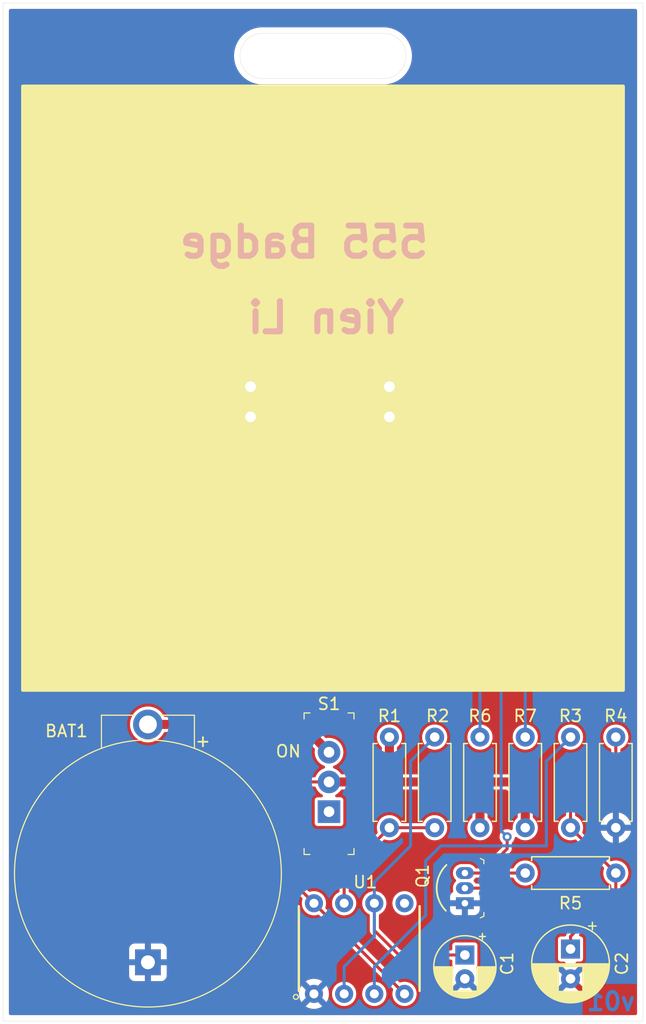
<source format=kicad_pcb>
(kicad_pcb (version 20240108) (generator "pcbnew") (generator_version "8.0")
  (title_block (title "555 Badge") (rev "v01") (comment 2 "creativecommons.org/licenses/by/4.0") (comment 3 "License: CC BY 4.0") (comment 4 "Author: Yien Li"))
  (layers (0 "F.Cu" signal) (31 "B.Cu" signal) (34 "B.Paste" user) (35 "F.Paste" user) (36 "B.SilkS" user "B.Silkscreen") (37 "F.SilkS" user "F.Silkscreen") (38 "B.Mask" user) (39 "F.Mask" user) (44 "Edge.Cuts" user))
  (net 0 "")
  (net 1 "GND")
  (net 2 "Net-(BAT1-PadPos)")
  (net 3 "Net-(U1-THRESH)")
  (net 4 "Net-(C2-Pad1)")
  (net 5 "Net-(D1-A)")
  (net 6 "Net-(D1-K)")
  (net 7 "Net-(D2-A)")
  (net 8 "Net-(Q1-B)")
  (net 9 "VCC")
  (net 10 "Net-(U1-DIS)")
  (net 11 "Net-(U1-OUT)")
  (footprint "555_Badge:ICM7555-PDIP" (layer "F.Cu") (at 156.972 120.904)
    (property "Reference" "U1" (at 0.508 -5.588 0) (layer "F.SilkS") (effects (font (thickness 0.14986))))
    (property "Value" "7555")
    (fp_line (start -5.08 3.556) (end -5.08 -3.556) (stroke (width 0.2032)) (layer "F.SilkS"))
    (fp_line (start 5.08 3.556) (end 5.08 -3.556) (stroke (width 0.2032)) (layer "F.SilkS"))
    (fp_circle (center -5.334 4.064) (end -5.1308 4.064) (stroke (width 0.1)) (fill none) (layer "F.SilkS"))
    (pad "1" thru_hole circle (at -3.81 3.81) (size 1.524 1.524) (drill 0.762) (layers "*.Cu" "*.Mask") (net 1 "GND"))
    (pad "2" thru_hole circle (at -1.27 3.81) (size 1.524 1.524) (drill 0.762) (layers "*.Cu" "*.Mask") (net 3 "Net-(U1-THRESH)"))
    (pad "3" thru_hole circle (at 1.27 3.81) (size 1.524 1.524) (drill 0.762) (layers "*.Cu" "*.Mask") (net 11 "Net-(U1-OUT)"))
    (pad "4" thru_hole circle (at 3.81 3.81) (size 1.524 1.524) (drill 0.762) (layers "*.Cu" "*.Mask") (net 9 "VCC"))
    (pad "5" thru_hole circle (at 3.81 -3.81) (size 1.524 1.524) (drill 0.762) (layers "*.Cu" "*.Mask"))
    (pad "6" thru_hole circle (at 1.27 -3.81) (size 1.524 1.524) (drill 0.762) (layers "*.Cu" "*.Mask") (net 3 "Net-(U1-THRESH)"))
    (pad "7" thru_hole circle (at -1.27 -3.81) (size 1.524 1.524) (drill 0.762) (layers "*.Cu" "*.Mask") (net 10 "Net-(U1-DIS)"))
    (pad "8" thru_hole circle (at -3.81 -3.81) (size 1.524 1.524) (drill 0.762) (layers "*.Cu" "*.Mask") (net 9 "VCC"))
  )
  (footprint "Resistor_THT:R_Axial_DIN0207_L6.3mm_D2.5mm_P7.62mm_Horizontal" (layer "F.Cu") (at 170.942 110.744 90)
    (property "Reference" "R7" (hide yes))
    (property "Value" "100")
    (fp_line (start 7.08 -1.37) (end 7.08 -1.04) (stroke (width 0.12)) (layer "F.SilkS"))
    (fp_line (start 0.54 -1.37) (end 7.08 -1.37) (stroke (width 0.12)) (layer "F.SilkS"))
    (fp_line (start 0.54 -1.04) (end 0.54 -1.37) (stroke (width 0.12)) (layer "F.SilkS"))
    (fp_line (start 0.54 1.04) (end 0.54 1.37) (stroke (width 0.12)) (layer "F.SilkS"))
    (fp_line (start 7.08 1.37) (end 7.08 1.04) (stroke (width 0.12)) (layer "F.SilkS"))
    (fp_line (start 0.54 1.37) (end 7.08 1.37) (stroke (width 0.12)) (layer "F.SilkS"))
    (fp_text user "${REFERENCE}" (at 9.398 0 0) (layer "F.SilkS"))
    (pad "1" thru_hole circle (at 0 0 90) (size 1.6 1.6) (drill 0.8) (layers "*.Cu" "*.Mask") (net 9 "VCC"))
    (pad "2" thru_hole oval (at 7.62 0 90) (size 1.6 1.6) (drill 0.8) (layers "*.Cu" "*.Mask") (net 7 "Net-(D2-A)"))
  )
  (footprint "LED_THT:LED_D3.0mm" (layer "F.Cu") (at 147.828 76.2 90)
    (property "Reference" "D1" (at 1.27 -2.96 -90) (layer "F.SilkS"))
    (property "Value" "RED")
    (fp_line (start -0.29 -1.236) (end -0.29 -1.08) (stroke (width 0.12)) (layer "F.SilkS"))
    (fp_line (start -0.29 1.08) (end -0.29 1.236) (stroke (width 0.12)) (layer "F.SilkS"))
    (fp_arc (start -0.29 -1.235516) (mid 1.366487 -1.987659) (end 2.942335 -1.078608) (stroke (width 0.12)) (layer "F.SilkS"))
    (fp_arc (start 0.229039 -1.08) (mid 1.270117 -1.5) (end 2.31113 -1.079837) (stroke (width 0.12)) (layer "F.SilkS"))
    (fp_arc (start 2.942335 1.078608) (mid 1.366487 1.987659) (end -0.29 1.235516) (stroke (width 0.12)) (layer "F.SilkS"))
    (fp_arc (start 2.31113 1.079837) (mid 1.270117 1.5) (end 0.229039 1.08) (stroke (width 0.12)) (layer "F.SilkS"))
    (pad "1" thru_hole rect (at 0 0 90) (size 1.8 1.8) (drill 0.9) (layers "*.Cu" "*.Mask") (net 6 "Net-(D1-K)"))
    (pad "2" thru_hole circle (at 2.54 0 90) (size 1.8 1.8) (drill 0.9) (layers "*.Cu" "*.Mask") (net 5 "Net-(D1-A)"))
  )
  (footprint "Resistor_THT:R_Axial_DIN0207_L6.3mm_D2.5mm_P7.62mm_Horizontal" (layer "F.Cu") (at 163.322 110.744 90)
    (property "Reference" "R2" (hide yes))
    (property "Value" "330k")
    (fp_line (start 7.08 -1.37) (end 7.08 -1.04) (stroke (width 0.12)) (layer "F.SilkS"))
    (fp_line (start 0.54 -1.37) (end 7.08 -1.37) (stroke (width 0.12)) (layer "F.SilkS"))
    (fp_line (start 0.54 -1.04) (end 0.54 -1.37) (stroke (width 0.12)) (layer "F.SilkS"))
    (fp_line (start 0.54 1.04) (end 0.54 1.37) (stroke (width 0.12)) (layer "F.SilkS"))
    (fp_line (start 7.08 1.37) (end 7.08 1.04) (stroke (width 0.12)) (layer "F.SilkS"))
    (fp_line (start 0.54 1.37) (end 7.08 1.37) (stroke (width 0.12)) (layer "F.SilkS"))
    (fp_text user "${REFERENCE}" (at 9.398 0.254 0) (layer "F.SilkS"))
    (pad "1" thru_hole circle (at 0 0 90) (size 1.6 1.6) (drill 0.8) (layers "*.Cu" "*.Mask") (net 10 "Net-(U1-DIS)"))
    (pad "2" thru_hole oval (at 7.62 0 90) (size 1.6 1.6) (drill 0.8) (layers "*.Cu" "*.Mask") (net 3 "Net-(U1-THRESH)"))
  )
  (footprint "Capacitor_THT:CP_Radial_D5.0mm_P2.00mm" (layer "F.Cu") (at 165.862 121.444 -90)
    (property "Reference" "C1" (at 0.73 -3.556 -90) (layer "F.SilkS"))
    (property "Value" "10uF")
    (fp_line (start 1 1.04) (end 1 2.58) (stroke (width 0.12)) (layer "F.SilkS"))
    (fp_line (start 1.04 1.04) (end 1.04 2.58) (stroke (width 0.12)) (layer "F.SilkS"))
    (fp_line (start 1.08 1.04) (end 1.08 2.579) (stroke (width 0.12)) (layer "F.SilkS"))
    (fp_line (start 1.12 1.04) (end 1.12 2.578) (stroke (width 0.12)) (layer "F.SilkS"))
    (fp_line (start 1.16 1.04) (end 1.16 2.576) (stroke (width 0.12)) (layer "F.SilkS"))
    (fp_line (start 1.2 1.04) (end 1.2 2.573) (stroke (width 0.12)) (layer "F.SilkS"))
    (fp_line (start 1.24 1.04) (end 1.24 2.569) (stroke (width 0.12)) (layer "F.SilkS"))
    (fp_line (start 1.28 1.04) (end 1.28 2.565) (stroke (width 0.12)) (layer "F.SilkS"))
    (fp_line (start 1.32 1.04) (end 1.32 2.561) (stroke (width 0.12)) (layer "F.SilkS"))
    (fp_line (start 1.36 1.04) (end 1.36 2.556) (stroke (width 0.12)) (layer "F.SilkS"))
    (fp_line (start 1.4 1.04) (end 1.4 2.55) (stroke (width 0.12)) (layer "F.SilkS"))
    (fp_line (start 1.44 1.04) (end 1.44 2.543) (stroke (width 0.12)) (layer "F.SilkS"))
    (fp_line (start 1.48 1.04) (end 1.48 2.536) (stroke (width 0.12)) (layer "F.SilkS"))
    (fp_line (start 1.52 1.04) (end 1.52 2.528) (stroke (width 0.12)) (layer "F.SilkS"))
    (fp_line (start 1.56 1.04) (end 1.56 2.52) (stroke (width 0.12)) (layer "F.SilkS"))
    (fp_line (start 1.6 1.04) (end 1.6 2.511) (stroke (width 0.12)) (layer "F.SilkS"))
    (fp_line (start 1.64 1.04) (end 1.64 2.501) (stroke (width 0.12)) (layer "F.SilkS"))
    (fp_line (start 1.68 1.04) (end 1.68 2.491) (stroke (width 0.12)) (layer "F.SilkS"))
    (fp_line (start 1.721 1.04) (end 1.721 2.48) (stroke (width 0.12)) (layer "F.SilkS"))
    (fp_line (start 1.761 1.04) (end 1.761 2.468) (stroke (width 0.12)) (layer "F.SilkS"))
    (fp_line (start 1.801 1.04) (end 1.801 2.455) (stroke (width 0.12)) (layer "F.SilkS"))
    (fp_line (start 1.841 1.04) (end 1.841 2.442) (stroke (width 0.12)) (layer "F.SilkS"))
    (fp_line (start 1.881 1.04) (end 1.881 2.428) (stroke (width 0.12)) (layer "F.SilkS"))
    (fp_line (start 1.921 1.04) (end 1.921 2.414) (stroke (width 0.12)) (layer "F.SilkS"))
    (fp_line (start 1.961 1.04) (end 1.961 2.398) (stroke (width 0.12)) (layer "F.SilkS"))
    (fp_line (start 2.001 1.04) (end 2.001 2.382) (stroke (width 0.12)) (layer "F.SilkS"))
    (fp_line (start 2.041 1.04) (end 2.041 2.365) (stroke (width 0.12)) (layer "F.SilkS"))
    (fp_line (start 2.081 1.04) (end 2.081 2.348) (stroke (width 0.12)) (layer "F.SilkS"))
    (fp_line (start 2.121 1.04) (end 2.121 2.329) (stroke (width 0.12)) (layer "F.SilkS"))
    (fp_line (start 2.161 1.04) (end 2.161 2.31) (stroke (width 0.12)) (layer "F.SilkS"))
    (fp_line (start 2.201 1.04) (end 2.201 2.29) (stroke (width 0.12)) (layer "F.SilkS"))
    (fp_line (start 2.241 1.04) (end 2.241 2.268) (stroke (width 0.12)) (layer "F.SilkS"))
    (fp_line (start 2.281 1.04) (end 2.281 2.247) (stroke (width 0.12)) (layer "F.SilkS"))
    (fp_line (start 2.321 1.04) (end 2.321 2.224) (stroke (width 0.12)) (layer "F.SilkS"))
    (fp_line (start 2.361 1.04) (end 2.361 2.2) (stroke (width 0.12)) (layer "F.SilkS"))
    (fp_line (start 2.401 1.04) (end 2.401 2.175) (stroke (width 0.12)) (layer "F.SilkS"))
    (fp_line (start 2.441 1.04) (end 2.441 2.149) (stroke (width 0.12)) (layer "F.SilkS"))
    (fp_line (start 2.481 1.04) (end 2.481 2.122) (stroke (width 0.12)) (layer "F.SilkS"))
    (fp_line (start 2.521 1.04) (end 2.521 2.095) (stroke (width 0.12)) (layer "F.SilkS"))
    (fp_line (start 2.561 1.04) (end 2.561 2.065) (stroke (width 0.12)) (layer "F.SilkS"))
    (fp_line (start 2.601 1.04) (end 2.601 2.035) (stroke (width 0.12)) (layer "F.SilkS"))
    (fp_line (start 2.641 1.04) (end 2.641 2.004) (stroke (width 0.12)) (layer "F.SilkS"))
    (fp_line (start 2.681 1.04) (end 2.681 1.971) (stroke (width 0.12)) (layer "F.SilkS"))
    (fp_line (start 2.721 1.04) (end 2.721 1.937) (stroke (width 0.12)) (layer "F.SilkS"))
    (fp_line (start 2.761 1.04) (end 2.761 1.901) (stroke (width 0.12)) (layer "F.SilkS"))
    (fp_line (start 2.801 1.04) (end 2.801 1.864) (stroke (width 0.12)) (layer "F.SilkS"))
    (fp_line (start 2.841 1.04) (end 2.841 1.826) (stroke (width 0.12)) (layer "F.SilkS"))
    (fp_line (start 2.881 1.04) (end 2.881 1.785) (stroke (width 0.12)) (layer "F.SilkS"))
    (fp_line (start 2.921 1.04) (end 2.921 1.743) (stroke (width 0.12)) (layer "F.SilkS"))
    (fp_line (start 2.961 1.04) (end 2.961 1.699) (stroke (width 0.12)) (layer "F.SilkS"))
    (fp_line (start 3.001 1.04) (end 3.001 1.653) (stroke (width 0.12)) (layer "F.SilkS"))
    (fp_line (start 3.601 -0.284) (end 3.601 0.284) (stroke (width 0.12)) (layer "F.SilkS"))
    (fp_line (start 3.561 -0.518) (end 3.561 0.518) (stroke (width 0.12)) (layer "F.SilkS"))
    (fp_line (start 3.521 -0.677) (end 3.521 0.677) (stroke (width 0.12)) (layer "F.SilkS"))
    (fp_line (start 3.481 -0.805) (end 3.481 0.805) (stroke (width 0.12)) (layer "F.SilkS"))
    (fp_line (start 3.441 -0.915) (end 3.441 0.915) (stroke (width 0.12)) (layer "F.SilkS"))
    (fp_line (start 3.401 -1.011) (end 3.401 1.011) (stroke (width 0.12)) (layer "F.SilkS"))
    (fp_line (start 3.361 -1.098) (end 3.361 1.098) (stroke (width 0.12)) (layer "F.SilkS"))
    (fp_line (start 3.321 -1.178) (end 3.321 1.178) (stroke (width 0.12)) (layer "F.SilkS"))
    (fp_line (start 3.281 -1.251) (end 3.281 1.251) (stroke (width 0.12)) (layer "F.SilkS"))
    (fp_line (start 3.241 -1.319) (end 3.241 1.319) (stroke (width 0.12)) (layer "F.SilkS"))
    (fp_line (start 3.201 -1.383) (end 3.201 1.383) (stroke (width 0.12)) (layer "F.SilkS"))
    (fp_line (start 3.161 -1.443) (end 3.161 1.443) (stroke (width 0.12)) (layer "F.SilkS"))
    (fp_line (start -1.804775 -1.475) (end -1.304775 -1.475) (stroke (width 0.12)) (layer "F.SilkS"))
    (fp_line (start 3.121 -1.5) (end 3.121 1.5) (stroke (width 0.12)) (layer "F.SilkS"))
    (fp_line (start 3.081 -1.554) (end 3.081 1.554) (stroke (width 0.12)) (layer "F.SilkS"))
    (fp_line (start 3.041 -1.605) (end 3.041 1.605) (stroke (width 0.12)) (layer "F.SilkS"))
    (fp_line (start 3.001 -1.653) (end 3.001 -1.04) (stroke (width 0.12)) (layer "F.SilkS"))
    (fp_line (start 2.961 -1.699) (end 2.961 -1.04) (stroke (width 0.12)) (layer "F.SilkS"))
    (fp_line (start -1.554775 -1.725) (end -1.554775 -1.225) (stroke (width 0.12)) (layer "F.SilkS"))
    (fp_line (start 2.921 -1.743) (end 2.921 -1.04) (stroke (width 0.12)) (layer "F.SilkS"))
    (fp_line (start 2.881 -1.785) (end 2.881 -1.04) (stroke (width 0.12)) (layer "F.SilkS"))
    (fp_line (start 2.841 -1.826) (end 2.841 -1.04) (stroke (width 0.12)) (layer "F.SilkS"))
    (fp_line (start 2.801 -1.864) (end 2.801 -1.04) (stroke (width 0.12)) (layer "F.SilkS"))
    (fp_line (start 2.761 -1.901) (end 2.761 -1.04) (stroke (width 0.12)) (layer "F.SilkS"))
    (fp_line (start 2.721 -1.937) (end 2.721 -1.04) (stroke (width 0.12)) (layer "F.SilkS"))
    (fp_line (start 2.681 -1.971) (end 2.681 -1.04) (stroke (width 0.12)) (layer "F.SilkS"))
    (fp_line (start 2.641 -2.004) (end 2.641 -1.04) (stroke (width 0.12)) (layer "F.SilkS"))
    (fp_line (start 2.601 -2.035) (end 2.601 -1.04) (stroke (width 0.12)) (layer "F.SilkS"))
    (fp_line (start 2.561 -2.065) (end 2.561 -1.04) (stroke (width 0.12)) (layer "F.SilkS"))
    (fp_line (start 2.521 -2.095) (end 2.521 -1.04) (stroke (width 0.12)) (layer "F.SilkS"))
    (fp_line (start 2.481 -2.122) (end 2.481 -1.04) (stroke (width 0.12)) (layer "F.SilkS"))
    (fp_line (start 2.441 -2.149) (end 2.441 -1.04) (stroke (width 0.12)) (layer "F.SilkS"))
    (fp_line (start 2.401 -2.175) (end 2.401 -1.04) (stroke (width 0.12)) (layer "F.SilkS"))
    (fp_line (start 2.361 -2.2) (end 2.361 -1.04) (stroke (width 0.12)) (layer "F.SilkS"))
    (fp_line (start 2.321 -2.224) (end 2.321 -1.04) (stroke (width 0.12)) (layer "F.SilkS"))
    (fp_line (start 2.281 -2.247) (end 2.281 -1.04) (stroke (width 0.12)) (layer "F.SilkS"))
    (fp_line (start 2.241 -2.268) (end 2.241 -1.04) (stroke (width 0.12)) (layer "F.SilkS"))
    (fp_line (start 2.201 -2.29) (end 2.201 -1.04) (stroke (width 0.12)) (layer "F.SilkS"))
    (fp_line (start 2.161 -2.31) (end 2.161 -1.04) (stroke (width 0.12)) (layer "F.SilkS"))
    (fp_line (start 2.121 -2.329) (end 2.121 -1.04) (stroke (width 0.12)) (layer "F.SilkS"))
    (fp_line (start 2.081 -2.348) (end 2.081 -1.04) (stroke (width 0.12)) (layer "F.SilkS"))
    (fp_line (start 2.041 -2.365) (end 2.041 -1.04) (stroke (width 0.12)) (layer "F.SilkS"))
    (fp_line (start 2.001 -2.382) (end 2.001 -1.04) (stroke (width 0.12)) (layer "F.SilkS"))
    (fp_line (start 1.961 -2.398) (end 1.961 -1.04) (stroke (width 0.12)) (layer "F.SilkS"))
    (fp_line (start 1.921 -2.414) (end 1.921 -1.04) (stroke (width 0.12)) (layer "F.SilkS"))
    (fp_line (start 1.881 -2.428) (end 1.881 -1.04) (stroke (width 0.12)) (layer "F.SilkS"))
    (fp_line (start 1.841 -2.442) (end 1.841 -1.04) (stroke (width 0.12)) (layer "F.SilkS"))
    (fp_line (start 1.801 -2.455) (end 1.801 -1.04) (stroke (width 0.12)) (layer "F.SilkS"))
    (fp_line (start 1.761 -2.468) (end 1.761 -1.04) (stroke (width 0.12)) (layer "F.SilkS"))
    (fp_line (start 1.721 -2.48) (end 1.721 -1.04) (stroke (width 0.12)) (layer "F.SilkS"))
    (fp_line (start 1.68 -2.491) (end 1.68 -1.04) (stroke (width 0.12)) (layer "F.SilkS"))
    (fp_line (start 1.64 -2.501) (end 1.64 -1.04) (stroke (width 0.12)) (layer "F.SilkS"))
    (fp_line (start 1.6 -2.511) (end 1.6 -1.04) (stroke (width 0.12)) (layer "F.SilkS"))
    (fp_line (start 1.56 -2.52) (end 1.56 -1.04) (stroke (width 0.12)) (layer "F.SilkS"))
    (fp_line (start 1.52 -2.528) (end 1.52 -1.04) (stroke (width 0.12)) (layer "F.SilkS"))
    (fp_line (start 1.48 -2.536) (end 1.48 -1.04) (stroke (width 0.12)) (layer "F.SilkS"))
    (fp_line (start 1.44 -2.543) (end 1.44 -1.04) (stroke (width 0.12)) (layer "F.SilkS"))
    (fp_line (start 1.4 -2.55) (end 1.4 -1.04) (stroke (width 0.12)) (layer "F.SilkS"))
    (fp_line (start 1.36 -2.556) (end 1.36 -1.04) (stroke (width 0.12)) (layer "F.SilkS"))
    (fp_line (start 1.32 -2.561) (end 1.32 -1.04) (stroke (width 0.12)) (layer "F.SilkS"))
    (fp_line (start 1.28 -2.565) (end 1.28 -1.04) (stroke (width 0.12)) (layer "F.SilkS"))
    (fp_line (start 1.24 -2.569) (end 1.24 -1.04) (stroke (width 0.12)) (layer "F.SilkS"))
    (fp_line (start 1.2 -2.573) (end 1.2 -1.04) (stroke (width 0.12)) (layer "F.SilkS"))
    (fp_line (start 1.16 -2.576) (end 1.16 -1.04) (stroke (width 0.12)) (layer "F.SilkS"))
    (fp_line (start 1.12 -2.578) (end 1.12 -1.04) (stroke (width 0.12)) (layer "F.SilkS"))
    (fp_line (start 1.08 -2.579) (end 1.08 -1.04) (stroke (width 0.12)) (layer "F.SilkS"))
    (fp_line (start 1 -2.58) (end 1 -1.04) (stroke (width 0.12)) (layer "F.SilkS"))
    (fp_line (start 1.04 -2.58) (end 1.04 -1.04) (stroke (width 0.12)) (layer "F.SilkS"))
    (fp_circle (center 1 0) (end 3.62 0) (stroke (width 0.12)) (fill none) (layer "F.SilkS"))
    (pad "1" thru_hole rect (at 0 0 270) (size 1.6 1.6) (drill 0.8) (layers "*.Cu" "*.Mask") (net 3 "Net-(U1-THRESH)"))
    (pad "2" thru_hole circle (at 2 0 270) (size 1.6 1.6) (drill 0.8) (layers "*.Cu" "*.Mask") (net 1 "GND"))
  )
  (footprint "Capacitor_THT:CP_Radial_D6.3mm_P2.50mm" (layer "F.Cu") (at 174.752 120.944 -90)
    (property "Reference" "C2" (at 1.23 -4.318 -90) (layer "F.SilkS"))
    (property "Value" "100uF")
    (fp_line (start 1.49 1.04) (end 1.49 3.222) (stroke (width 0.12)) (layer "F.SilkS"))
    (fp_line (start 1.53 1.04) (end 1.53 3.218) (stroke (width 0.12)) (layer "F.SilkS"))
    (fp_line (start 1.57 1.04) (end 1.57 3.215) (stroke (width 0.12)) (layer "F.SilkS"))
    (fp_line (start 1.61 1.04) (end 1.61 3.211) (stroke (width 0.12)) (layer "F.SilkS"))
    (fp_line (start 1.65 1.04) (end 1.65 3.206) (stroke (width 0.12)) (layer "F.SilkS"))
    (fp_line (start 1.69 1.04) (end 1.69 3.201) (stroke (width 0.12)) (layer "F.SilkS"))
    (fp_line (start 1.73 1.04) (end 1.73 3.195) (stroke (width 0.12)) (layer "F.SilkS"))
    (fp_line (start 1.77 1.04) (end 1.77 3.189) (stroke (width 0.12)) (layer "F.SilkS"))
    (fp_line (start 1.81 1.04) (end 1.81 3.182) (stroke (width 0.12)) (layer "F.SilkS"))
    (fp_line (start 1.85 1.04) (end 1.85 3.175) (stroke (width 0.12)) (layer "F.SilkS"))
    (fp_line (start 1.89 1.04) (end 1.89 3.167) (stroke (width 0.12)) (layer "F.SilkS"))
    (fp_line (start 1.93 1.04) (end 1.93 3.159) (stroke (width 0.12)) (layer "F.SilkS"))
    (fp_line (start 1.971 1.04) (end 1.971 3.15) (stroke (width 0.12)) (layer "F.SilkS"))
    (fp_line (start 2.011 1.04) (end 2.011 3.141) (stroke (width 0.12)) (layer "F.SilkS"))
    (fp_line (start 2.051 1.04) (end 2.051 3.131) (stroke (width 0.12)) (layer "F.SilkS"))
    (fp_line (start 2.091 1.04) (end 2.091 3.121) (stroke (width 0.12)) (layer "F.SilkS"))
    (fp_line (start 2.131 1.04) (end 2.131 3.11) (stroke (width 0.12)) (layer "F.SilkS"))
    (fp_line (start 2.171 1.04) (end 2.171 3.098) (stroke (width 0.12)) (layer "F.SilkS"))
    (fp_line (start 2.211 1.04) (end 2.211 3.086) (stroke (width 0.12)) (layer "F.SilkS"))
    (fp_line (start 2.251 1.04) (end 2.251 3.074) (stroke (width 0.12)) (layer "F.SilkS"))
    (fp_line (start 2.291 1.04) (end 2.291 3.061) (stroke (width 0.12)) (layer "F.SilkS"))
    (fp_line (start 2.331 1.04) (end 2.331 3.047) (stroke (width 0.12)) (layer "F.SilkS"))
    (fp_line (start 2.371 1.04) (end 2.371 3.033) (stroke (width 0.12)) (layer "F.SilkS"))
    (fp_line (start 2.411 1.04) (end 2.411 3.018) (stroke (width 0.12)) (layer "F.SilkS"))
    (fp_line (start 2.451 1.04) (end 2.451 3.002) (stroke (width 0.12)) (layer "F.SilkS"))
    (fp_line (start 2.491 1.04) (end 2.491 2.986) (stroke (width 0.12)) (layer "F.SilkS"))
    (fp_line (start 2.531 1.04) (end 2.531 2.97) (stroke (width 0.12)) (layer "F.SilkS"))
    (fp_line (start 2.571 1.04) (end 2.571 2.952) (stroke (width 0.12)) (layer "F.SilkS"))
    (fp_line (start 2.611 1.04) (end 2.611 2.934) (stroke (width 0.12)) (layer "F.SilkS"))
    (fp_line (start 2.651 1.04) (end 2.651 2.916) (stroke (width 0.12)) (layer "F.SilkS"))
    (fp_line (start 2.691 1.04) (end 2.691 2.896) (stroke (width 0.12)) (layer "F.SilkS"))
    (fp_line (start 2.731 1.04) (end 2.731 2.876) (stroke (width 0.12)) (layer "F.SilkS"))
    (fp_line (start 2.771 1.04) (end 2.771 2.856) (stroke (width 0.12)) (layer "F.SilkS"))
    (fp_line (start 2.811 1.04) (end 2.811 2.834) (stroke (width 0.12)) (layer "F.SilkS"))
    (fp_line (start 2.851 1.04) (end 2.851 2.812) (stroke (width 0.12)) (layer "F.SilkS"))
    (fp_line (start 2.891 1.04) (end 2.891 2.79) (stroke (width 0.12)) (layer "F.SilkS"))
    (fp_line (start 2.931 1.04) (end 2.931 2.766) (stroke (width 0.12)) (layer "F.SilkS"))
    (fp_line (start 2.971 1.04) (end 2.971 2.742) (stroke (width 0.12)) (layer "F.SilkS"))
    (fp_line (start 3.011 1.04) (end 3.011 2.716) (stroke (width 0.12)) (layer "F.SilkS"))
    (fp_line (start 3.051 1.04) (end 3.051 2.69) (stroke (width 0.12)) (layer "F.SilkS"))
    (fp_line (start 3.091 1.04) (end 3.091 2.664) (stroke (width 0.12)) (layer "F.SilkS"))
    (fp_line (start 3.131 1.04) (end 3.131 2.636) (stroke (width 0.12)) (layer "F.SilkS"))
    (fp_line (start 3.171 1.04) (end 3.171 2.607) (stroke (width 0.12)) (layer "F.SilkS"))
    (fp_line (start 3.211 1.04) (end 3.211 2.578) (stroke (width 0.12)) (layer "F.SilkS"))
    (fp_line (start 3.251 1.04) (end 3.251 2.548) (stroke (width 0.12)) (layer "F.SilkS"))
    (fp_line (start 3.291 1.04) (end 3.291 2.516) (stroke (width 0.12)) (layer "F.SilkS"))
    (fp_line (start 3.331 1.04) (end 3.331 2.484) (stroke (width 0.12)) (layer "F.SilkS"))
    (fp_line (start 3.371 1.04) (end 3.371 2.45) (stroke (width 0.12)) (layer "F.SilkS"))
    (fp_line (start 3.411 1.04) (end 3.411 2.416) (stroke (width 0.12)) (layer "F.SilkS"))
    (fp_line (start 3.451 1.04) (end 3.451 2.38) (stroke (width 0.12)) (layer "F.SilkS"))
    (fp_line (start 3.491 1.04) (end 3.491 2.343) (stroke (width 0.12)) (layer "F.SilkS"))
    (fp_line (start 3.531 1.04) (end 3.531 2.305) (stroke (width 0.12)) (layer "F.SilkS"))
    (fp_line (start 4.491 -0.402) (end 4.491 0.402) (stroke (width 0.12)) (layer "F.SilkS"))
    (fp_line (start 4.451 -0.633) (end 4.451 0.633) (stroke (width 0.12)) (layer "F.SilkS"))
    (fp_line (start 4.411 -0.802) (end 4.411 0.802) (stroke (width 0.12)) (layer "F.SilkS"))
    (fp_line (start 4.371 -0.94) (end 4.371 0.94) (stroke (width 0.12)) (layer "F.SilkS"))
    (fp_line (start 4.331 -1.059) (end 4.331 1.059) (stroke (width 0.12)) (layer "F.SilkS"))
    (fp_line (start 4.291 -1.165) (end 4.291 1.165) (stroke (width 0.12)) (layer "F.SilkS"))
    (fp_line (start 4.251 -1.262) (end 4.251 1.262) (stroke (width 0.12)) (layer "F.SilkS"))
    (fp_line (start 4.211 -1.35) (end 4.211 1.35) (stroke (width 0.12)) (layer "F.SilkS"))
    (fp_line (start 4.171 -1.432) (end 4.171 1.432) (stroke (width 0.12)) (layer "F.SilkS"))
    (fp_line (start 4.131 -1.509) (end 4.131 1.509) (stroke (width 0.12)) (layer "F.SilkS"))
    (fp_line (start 4.091 -1.581) (end 4.091 1.581) (stroke (width 0.12)) (layer "F.SilkS"))
    (fp_line (start 4.051 -1.65) (end 4.051 1.65) (stroke (width 0.12)) (layer "F.SilkS"))
    (fp_line (start 4.011 -1.714) (end 4.011 1.714) (stroke (width 0.12)) (layer "F.SilkS"))
    (fp_line (start 3.971 -1.776) (end 3.971 1.776) (stroke (width 0.12)) (layer "F.SilkS"))
    (fp_line (start 3.931 -1.834) (end 3.931 1.834) (stroke (width 0.12)) (layer "F.SilkS"))
    (fp_line (start -2.250241 -1.839) (end -1.620241 -1.839) (stroke (width 0.12)) (layer "F.SilkS"))
    (fp_line (start 3.891 -1.89) (end 3.891 1.89) (stroke (width 0.12)) (layer "F.SilkS"))
    (fp_line (start 3.851 -1.944) (end 3.851 1.944) (stroke (width 0.12)) (layer "F.SilkS"))
    (fp_line (start 3.811 -1.995) (end 3.811 1.995) (stroke (width 0.12)) (layer "F.SilkS"))
    (fp_line (start 3.771 -2.044) (end 3.771 2.044) (stroke (width 0.12)) (layer "F.SilkS"))
    (fp_line (start 3.731 -2.092) (end 3.731 2.092) (stroke (width 0.12)) (layer "F.SilkS"))
    (fp_line (start 3.691 -2.137) (end 3.691 2.137) (stroke (width 0.12)) (layer "F.SilkS"))
    (fp_line (start -1.935241 -2.154) (end -1.935241 -1.524) (stroke (width 0.12)) (layer "F.SilkS"))
    (fp_line (start 3.651 -2.182) (end 3.651 2.182) (stroke (width 0.12)) (layer "F.SilkS"))
    (fp_line (start 3.611 -2.224) (end 3.611 2.224) (stroke (width 0.12)) (layer "F.SilkS"))
    (fp_line (start 3.571 -2.265) (end 3.571 2.265) (stroke (width 0.12)) (layer "F.SilkS"))
    (fp_line (start 3.531 -2.305) (end 3.531 -1.04) (stroke (width 0.12)) (layer "F.SilkS"))
    (fp_line (start 3.491 -2.343) (end 3.491 -1.04) (stroke (width 0.12)) (layer "F.SilkS"))
    (fp_line (start 3.451 -2.38) (end 3.451 -1.04) (stroke (width 0.12)) (layer "F.SilkS"))
    (fp_line (start 3.411 -2.416) (end 3.411 -1.04) (stroke (width 0.12)) (layer "F.SilkS"))
    (fp_line (start 3.371 -2.45) (end 3.371 -1.04) (stroke (width 0.12)) (layer "F.SilkS"))
    (fp_line (start 3.331 -2.484) (end 3.331 -1.04) (stroke (width 0.12)) (layer "F.SilkS"))
    (fp_line (start 3.291 -2.516) (end 3.291 -1.04) (stroke (width 0.12)) (layer "F.SilkS"))
    (fp_line (start 3.251 -2.548) (end 3.251 -1.04) (stroke (width 0.12)) (layer "F.SilkS"))
    (fp_line (start 3.211 -2.578) (end 3.211 -1.04) (stroke (width 0.12)) (layer "F.SilkS"))
    (fp_line (start 3.171 -2.607) (end 3.171 -1.04) (stroke (width 0.12)) (layer "F.SilkS"))
    (fp_line (start 3.131 -2.636) (end 3.131 -1.04) (stroke (width 0.12)) (layer "F.SilkS"))
    (fp_line (start 3.091 -2.664) (end 3.091 -1.04) (stroke (width 0.12)) (layer "F.SilkS"))
    (fp_line (start 3.051 -2.69) (end 3.051 -1.04) (stroke (width 0.12)) (layer "F.SilkS"))
    (fp_line (start 3.011 -2.716) (end 3.011 -1.04) (stroke (width 0.12)) (layer "F.SilkS"))
    (fp_line (start 2.971 -2.742) (end 2.971 -1.04) (stroke (width 0.12)) (layer "F.SilkS"))
    (fp_line (start 2.931 -2.766) (end 2.931 -1.04) (stroke (width 0.12)) (layer "F.SilkS"))
    (fp_line (start 2.891 -2.79) (end 2.891 -1.04) (stroke (width 0.12)) (layer "F.SilkS"))
    (fp_line (start 2.851 -2.812) (end 2.851 -1.04) (stroke (width 0.12)) (layer "F.SilkS"))
    (fp_line (start 2.811 -2.834) (end 2.811 -1.04) (stroke (width 0.12)) (layer "F.SilkS"))
    (fp_line (start 2.771 -2.856) (end 2.771 -1.04) (stroke (width 0.12)) (layer "F.SilkS"))
    (fp_line (start 2.731 -2.876) (end 2.731 -1.04) (stroke (width 0.12)) (layer "F.SilkS"))
    (fp_line (start 2.691 -2.896) (end 2.691 -1.04) (stroke (width 0.12)) (layer "F.SilkS"))
    (fp_line (start 2.651 -2.916) (end 2.651 -1.04) (stroke (width 0.12)) (layer "F.SilkS"))
    (fp_line (start 2.611 -2.934) (end 2.611 -1.04) (stroke (width 0.12)) (layer "F.SilkS"))
    (fp_line (start 2.571 -2.952) (end 2.571 -1.04) (stroke (width 0.12)) (layer "F.SilkS"))
    (fp_line (start 2.531 -2.97) (end 2.531 -1.04) (stroke (width 0.12)) (layer "F.SilkS"))
    (fp_line (start 2.491 -2.986) (end 2.491 -1.04) (stroke (width 0.12)) (layer "F.SilkS"))
    (fp_line (start 2.451 -3.002) (end 2.451 -1.04) (stroke (width 0.12)) (layer "F.SilkS"))
    (fp_line (start 2.411 -3.018) (end 2.411 -1.04) (stroke (width 0.12)) (layer "F.SilkS"))
    (fp_line (start 2.371 -3.033) (end 2.371 -1.04) (stroke (width 0.12)) (layer "F.SilkS"))
    (fp_line (start 2.331 -3.047) (end 2.331 -1.04) (stroke (width 0.12)) (layer "F.SilkS"))
    (fp_line (start 2.291 -3.061) (end 2.291 -1.04) (stroke (width 0.12)) (layer "F.SilkS"))
    (fp_line (start 2.251 -3.074) (end 2.251 -1.04) (stroke (width 0.12)) (layer "F.SilkS"))
    (fp_line (start 2.211 -3.086) (end 2.211 -1.04) (stroke (width 0.12)) (layer "F.SilkS"))
    (fp_line (start 2.171 -3.098) (end 2.171 -1.04) (stroke (width 0.12)) (layer "F.SilkS"))
    (fp_line (start 2.131 -3.11) (end 2.131 -1.04) (stroke (width 0.12)) (layer "F.SilkS"))
    (fp_line (start 2.091 -3.121) (end 2.091 -1.04) (stroke (width 0.12)) (layer "F.SilkS"))
    (fp_line (start 2.051 -3.131) (end 2.051 -1.04) (stroke (width 0.12)) (layer "F.SilkS"))
    (fp_line (start 2.011 -3.141) (end 2.011 -1.04) (stroke (width 0.12)) (layer "F.SilkS"))
    (fp_line (start 1.971 -3.15) (end 1.971 -1.04) (stroke (width 0.12)) (layer "F.SilkS"))
    (fp_line (start 1.93 -3.159) (end 1.93 -1.04) (stroke (width 0.12)) (layer "F.SilkS"))
    (fp_line (start 1.89 -3.167) (end 1.89 -1.04) (stroke (width 0.12)) (layer "F.SilkS"))
    (fp_line (start 1.85 -3.175) (end 1.85 -1.04) (stroke (width 0.12)) (layer "F.SilkS"))
    (fp_line (start 1.81 -3.182) (end 1.81 -1.04) (stroke (width 0.12)) (layer "F.SilkS"))
    (fp_line (start 1.77 -3.189) (end 1.77 -1.04) (stroke (width 0.12)) (layer "F.SilkS"))
    (fp_line (start 1.73 -3.195) (end 1.73 -1.04) (stroke (width 0.12)) (layer "F.SilkS"))
    (fp_line (start 1.69 -3.201) (end 1.69 -1.04) (stroke (width 0.12)) (layer "F.SilkS"))
    (fp_line (start 1.65 -3.206) (end 1.65 -1.04) (stroke (width 0.12)) (layer "F.SilkS"))
    (fp_line (start 1.61 -3.211) (end 1.61 -1.04) (stroke (width 0.12)) (layer "F.SilkS"))
    (fp_line (start 1.57 -3.215) (end 1.57 -1.04) (stroke (width 0.12)) (layer "F.SilkS"))
    (fp_line (start 1.53 -3.218) (end 1.53 -1.04) (stroke (width 0.12)) (layer "F.SilkS"))
    (fp_line (start 1.49 -3.222) (end 1.49 -1.04) (stroke (width 0.12)) (layer "F.SilkS"))
    (fp_line (start 1.45 -3.224) (end 1.45 3.224) (stroke (width 0.12)) (layer "F.SilkS"))
    (fp_line (start 1.41 -3.227) (end 1.41 3.227) (stroke (width 0.12)) (layer "F.SilkS"))
    (fp_line (start 1.37 -3.228) (end 1.37 3.228) (stroke (width 0.12)) (layer "F.SilkS"))
    (fp_line (start 1.25 -3.23) (end 1.25 3.23) (stroke (width 0.12)) (layer "F.SilkS"))
    (fp_line (start 1.29 -3.23) (end 1.29 3.23) (stroke (width 0.12)) (layer "F.SilkS"))
    (fp_line (start 1.33 -3.23) (end 1.33 3.23) (stroke (width 0.12)) (layer "F.SilkS"))
    (fp_circle (center 1.25 0) (end 4.52 0) (stroke (width 0.12)) (fill none) (layer "F.SilkS"))
    (pad "1" thru_hole rect (at 0 0 270) (size 1.6 1.6) (drill 0.8) (layers "*.Cu" "*.Mask") (net 4 "Net-(C2-Pad1)"))
    (pad "2" thru_hole circle (at 2.5 0 270) (size 1.6 1.6) (drill 0.8) (layers "*.Cu" "*.Mask") (net 1 "GND"))
  )
  (footprint "digikey-footprints:Battery_Holder_Coin_2032_BS-7" (layer "F.Cu") (at 139.192 122.0597 90)
    (property "Reference" "BAT1" (hide yes))
    (property "Value" "BS-7")
    (fp_line (start 20.7772 -3.9116) (end 20.7772 -1.0668) (stroke (width 0.1)) (layer "F.SilkS"))
    (fp_line (start 18.034 -3.9116) (end 20.7772 -3.9116) (stroke (width 0.1)) (layer "F.SilkS"))
    (fp_line (start 20.7772 3.9116) (end 20.7772 1.0668) (stroke (width 0.1)) (layer "F.SilkS"))
    (fp_line (start 18.034 3.9116) (end 20.7772 3.9116) (stroke (width 0.1)) (layer "F.SilkS"))
    (fp_circle (center 7.4676 0) (end -3.7592 0) (stroke (width 0.1)) (fill none) (layer "F.SilkS"))
    (fp_text user "${REFERENCE}" (at 19.4437 -6.858 0) (layer "F.SilkS"))
    (pad "Neg" thru_hole rect (at 0 0 90) (size 2.17 2.17) (drill 1.17) (layers "*.Cu" "*.Mask") (net 1 "GND"))
    (pad "Pos" thru_hole circle (at 20 0 90) (size 2.5 2.5) (drill 1.5) (layers "*.Cu" "*.Mask") (net 2 "Net-(BAT1-PadPos)"))
  )
  (footprint "Resistor_THT:R_Axial_DIN0207_L6.3mm_D2.5mm_P7.62mm_Horizontal" (layer "F.Cu") (at 167.132 110.744 90)
    (property "Reference" "R6" (hide yes))
    (property "Value" "100")
    (fp_line (start 7.08 -1.37) (end 7.08 -1.04) (stroke (width 0.12)) (layer "F.SilkS"))
    (fp_line (start 0.54 -1.37) (end 7.08 -1.37) (stroke (width 0.12)) (layer "F.SilkS"))
    (fp_line (start 0.54 -1.04) (end 0.54 -1.37) (stroke (width 0.12)) (layer "F.SilkS"))
    (fp_line (start 0.54 1.04) (end 0.54 1.37) (stroke (width 0.12)) (layer "F.SilkS"))
    (fp_line (start 7.08 1.37) (end 7.08 1.04) (stroke (width 0.12)) (layer "F.SilkS"))
    (fp_line (start 0.54 1.37) (end 7.08 1.37) (stroke (width 0.12)) (layer "F.SilkS"))
    (fp_text user "${REFERENCE}" (at 9.398001 0.000001 0) (layer "F.SilkS"))
    (pad "1" thru_hole circle (at 0 0 90) (size 1.6 1.6) (drill 0.8) (layers "*.Cu" "*.Mask") (net 9 "VCC"))
    (pad "2" thru_hole oval (at 7.62 0 90) (size 1.6 1.6) (drill 0.8) (layers "*.Cu" "*.Mask") (net 5 "Net-(D1-A)"))
  )
  (footprint "Resistor_THT:R_Axial_DIN0207_L6.3mm_D2.5mm_P7.62mm_Horizontal" (layer "F.Cu") (at 159.512 103.124 -90)
    (property "Reference" "R1" (hide yes))
    (property "Value" "22k")
    (fp_line (start 0.54 1.37) (end 7.08 1.37) (stroke (width 0.12)) (layer "F.SilkS"))
    (fp_line (start 7.08 1.37) (end 7.08 1.04) (stroke (width 0.12)) (layer "F.SilkS"))
    (fp_line (start 0.54 1.04) (end 0.54 1.37) (stroke (width 0.12)) (layer "F.SilkS"))
    (fp_line (start 0.54 -1.04) (end 0.54 -1.37) (stroke (width 0.12)) (layer "F.SilkS"))
    (fp_line (start 0.54 -1.37) (end 7.08 -1.37) (stroke (width 0.12)) (layer "F.SilkS"))
    (fp_line (start 7.08 -1.37) (end 7.08 -1.04) (stroke (width 0.12)) (layer "F.SilkS"))
    (fp_text user "${REFERENCE}" (at -1.778 0 180) (layer "F.SilkS"))
    (pad "1" thru_hole circle (at 0 0 270) (size 1.6 1.6) (drill 0.8) (layers "*.Cu" "*.Mask") (net 9 "VCC"))
    (pad "2" thru_hole oval (at 7.62 0 270) (size 1.6 1.6) (drill 0.8) (layers "*.Cu" "*.Mask") (net 10 "Net-(U1-DIS)"))
  )
  (footprint "LED_THT:LED_D3.0mm" (layer "F.Cu") (at 159.512 76.2 90)
    (property "Reference" "D2" (at 1.27 -2.96 -90) (layer "F.SilkS"))
    (property "Value" "RED")
    (fp_line (start -0.29 -1.236) (end -0.29 -1.08) (stroke (width 0.12)) (layer "F.SilkS"))
    (fp_line (start -0.29 1.08) (end -0.29 1.236) (stroke (width 0.12)) (layer "F.SilkS"))
    (fp_arc (start -0.29 -1.235516) (mid 1.366487 -1.987659) (end 2.942335 -1.078608) (stroke (width 0.12)) (layer "F.SilkS"))
    (fp_arc (start 0.229039 -1.08) (mid 1.270117 -1.5) (end 2.31113 -1.079837) (stroke (width 0.12)) (layer "F.SilkS"))
    (fp_arc (start 2.942335 1.078608) (mid 1.366487 1.987659) (end -0.29 1.235516) (stroke (width 0.12)) (layer "F.SilkS"))
    (fp_arc (start 2.31113 1.079837) (mid 1.270117 1.5) (end 0.229039 1.08) (stroke (width 0.12)) (layer "F.SilkS"))
    (pad "1" thru_hole rect (at 0 0 90) (size 1.8 1.8) (drill 0.9) (layers "*.Cu" "*.Mask") (net 6 "Net-(D1-K)"))
    (pad "2" thru_hole circle (at 2.54 0 90) (size 1.8 1.8) (drill 0.9) (layers "*.Cu" "*.Mask") (net 7 "Net-(D2-A)"))
  )
  (footprint "Resistor_THT:R_Axial_DIN0207_L6.3mm_D2.5mm_P7.62mm_Horizontal" (layer "F.Cu") (at 174.752 110.744 90)
    (property "Reference" "R3" (hide yes))
    (property "Value" "22k")
    (fp_line (start 7.08 -1.37) (end 7.08 -1.04) (stroke (width 0.12)) (layer "F.SilkS"))
    (fp_line (start 0.54 -1.37) (end 7.08 -1.37) (stroke (width 0.12)) (layer "F.SilkS"))
    (fp_line (start 0.54 -1.04) (end 0.54 -1.37) (stroke (width 0.12)) (layer "F.SilkS"))
    (fp_line (start 0.54 1.04) (end 0.54 1.37) (stroke (width 0.12)) (layer "F.SilkS"))
    (fp_line (start 7.08 1.37) (end 7.08 1.04) (stroke (width 0.12)) (layer "F.SilkS"))
    (fp_line (start 0.54 1.37) (end 7.08 1.37) (stroke (width 0.12)) (layer "F.SilkS"))
    (fp_text user "${REFERENCE}" (at 9.398 0 0) (layer "F.SilkS"))
    (pad "1" thru_hole circle (at 0 0 90) (size 1.6 1.6) (drill 0.8) (layers "*.Cu" "*.Mask") (net 4 "Net-(C2-Pad1)"))
    (pad "2" thru_hole oval (at 7.62 0 90) (size 1.6 1.6) (drill 0.8) (layers "*.Cu" "*.Mask") (net 11 "Net-(U1-OUT)"))
  )
  (footprint "Resistor_THT:R_Axial_DIN0207_L6.3mm_D2.5mm_P7.62mm_Horizontal" (layer "F.Cu") (at 178.562 114.554 180)
    (property "Reference" "R5" (hide yes))
    (property "Value" "10k")
    (fp_line (start 7.08 1.37) (end 7.08 1.04) (stroke (width 0.12)) (layer "F.SilkS"))
    (fp_line (start 7.08 -1.37) (end 7.08 -1.04) (stroke (width 0.12)) (layer "F.SilkS"))
    (fp_line (start 0.54 1.37) (end 7.08 1.37) (stroke (width 0.12)) (layer "F.SilkS"))
    (fp_line (start 0.54 1.04) (end 0.54 1.37) (stroke (width 0.12)) (layer "F.SilkS"))
    (fp_line (start 0.54 -1.04) (end 0.54 -1.37) (stroke (width 0.12)) (layer "F.SilkS"))
    (fp_line (start 0.54 -1.37) (end 7.08 -1.37) (stroke (width 0.12)) (layer "F.SilkS"))
    (fp_text user "${REFERENCE}" (at 3.81 -2.54 180) (layer "F.SilkS"))
    (pad "1" thru_hole circle (at 0 0 180) (size 1.6 1.6) (drill 0.8) (layers "*.Cu" "*.Mask") (net 4 "Net-(C2-Pad1)"))
    (pad "2" thru_hole oval (at 7.62 0 180) (size 1.6 1.6) (drill 0.8) (layers "*.Cu" "*.Mask") (net 8 "Net-(Q1-B)"))
  )
  (footprint "Resistor_THT:R_Axial_DIN0207_L6.3mm_D2.5mm_P7.62mm_Horizontal" (layer "F.Cu") (at 178.562 103.124 -90)
    (property "Reference" "R4" (hide yes))
    (property "Value" "100k")
    (fp_line (start 0.54 1.37) (end 7.08 1.37) (stroke (width 0.12)) (layer "F.SilkS"))
    (fp_line (start 7.08 1.37) (end 7.08 1.04) (stroke (width 0.12)) (layer "F.SilkS"))
    (fp_line (start 0.54 1.04) (end 0.54 1.37) (stroke (width 0.12)) (layer "F.SilkS"))
    (fp_line (start 0.54 -1.04) (end 0.54 -1.37) (stroke (width 0.12)) (layer "F.SilkS"))
    (fp_line (start 0.54 -1.37) (end 7.08 -1.37) (stroke (width 0.12)) (layer "F.SilkS"))
    (fp_line (start 7.08 -1.37) (end 7.08 -1.04) (stroke (width 0.12)) (layer "F.SilkS"))
    (fp_text user "${REFERENCE}" (at -1.778001 -0.000001 180) (layer "F.SilkS"))
    (pad "1" thru_hole circle (at 0 0 270) (size 1.6 1.6) (drill 0.8) (layers "*.Cu" "*.Mask") (net 4 "Net-(C2-Pad1)"))
    (pad "2" thru_hole oval (at 7.62 0 270) (size 1.6 1.6) (drill 0.8) (layers "*.Cu" "*.Mask") (net 1 "GND"))
  )
  (footprint "digikey-footprints:Switch_Slide_11.6x4mm_EG1218" (layer "F.Cu") (at 154.432 109.394 90)
    (property "Reference" "S1" (at 9.064 0 0) (layer "F.SilkS"))
    (property "Value" "EG1218")
    (fp_line (start 8.3 -2.1) (end 7.8 -2.1) (stroke (width 0.1)) (layer "F.SilkS"))
    (fp_line (start 8.3 -2.1) (end 8.3 -1.6) (stroke (width 0.1)) (layer "F.SilkS"))
    (fp_line (start -3.6 -2.1) (end -3.1 -2.1) (stroke (width 0.1)) (layer "F.SilkS"))
    (fp_line (start -3.6 -2.1) (end -3.6 -1.6) (stroke (width 0.1)) (layer "F.SilkS"))
    (fp_line (start 8.3 2.1) (end 8.3 1.6) (stroke (width 0.1)) (layer "F.SilkS"))
    (fp_line (start 8.3 2.1) (end 7.8 2.1) (stroke (width 0.1)) (layer "F.SilkS"))
    (fp_line (start -3.6 2.1) (end -3.6 1.6) (stroke (width 0.1)) (layer "F.SilkS"))
    (fp_line (start -3.6 2.1) (end -3.1 2.1) (stroke (width 0.1)) (layer "F.SilkS"))
    (pad "1" thru_hole rect (at 0 0 90) (size 1.9 1.9) (drill 0.9) (layers "*.Cu" "*.Mask"))
    (pad "2" thru_hole circle (at 2.5 0 90) (size 1.9 1.9) (drill 0.9) (layers "*.Cu" "*.Mask") (net 9 "VCC"))
    (pad "3" thru_hole circle (at 5 0 90) (size 1.9 1.9) (drill 0.9) (layers "*.Cu" "*.Mask") (net 2 "Net-(BAT1-PadPos)"))
  )
  (footprint "digikey-footprints:TO-92-3" (layer "F.Cu") (at 165.862 117.094 90)
    (property "Reference" "Q1" (at 2.286 -3.556 90) (layer "F.SilkS"))
    (property "Value" "2N3904")
    (fp_line (start 3.62 1.6) (end 3.77 1.3) (stroke (width 0.1)) (layer "F.SilkS"))
    (fp_line (start 3.62 1.6) (end 3.32 1.6) (stroke (width 0.1)) (layer "F.SilkS"))
    (fp_line (start -0.78 1.6) (end -1.08 1.6) (stroke (width 0.1)) (layer "F.SilkS"))
    (fp_line (start -1.08 1.6) (end -1.23 1.3) (stroke (width 0.1)) (layer "F.SilkS"))
    (fp_arc (start -0.63 -1.6) (mid 1.305355 -2.372361) (end 3.22 -1.55) (stroke (width 0.15)) (layer "F.SilkS"))
    (pad "1" thru_hole rect (at 0 0 270) (size 1 1.5) (drill 0.55) (layers "*.Cu" "*.Mask") (net 1 "GND"))
    (pad "2" thru_hole oval (at 1.27 0 270) (size 1 1.5) (drill 0.55) (layers "*.Cu" "*.Mask") (net 8 "Net-(Q1-B)"))
    (pad "3" thru_hole oval (at 2.54 0 270) (size 1 1.5) (drill 0.55) (layers "*.Cu" "*.Mask") (net 6 "Net-(D1-K)"))
  )
  (gr_line (start 127 41.402) (end 180.848 41.402) (stroke (width 0.0254)) (layer "Edge.Cuts"))
  (gr_arc (start 148.844 47.752) (mid 146.939 45.847) (end 148.844 43.942) (stroke (width 0.0254)) (layer "Edge.Cuts"))
  (gr_line (start 180.848 41.402) (end 180.848 127) (stroke (width 0.0254)) (layer "Edge.Cuts"))
  (gr_line (start 148.844 47.752) (end 159.004 47.752) (stroke (width 0.0254)) (layer "Edge.Cuts"))
  (gr_line (start 127 127) (end 180.848 127) (stroke (width 0.0254)) (layer "Edge.Cuts"))
  (gr_line (start 148.844 43.942) (end 159.004 43.942) (stroke (width 0.0254)) (layer "Edge.Cuts"))
  (gr_arc (start 159.004 43.942) (mid 160.909 45.847) (end 159.004 47.752) (stroke (width 0.0254)) (layer "Edge.Cuts"))
  (gr_line (start 127 41.402) (end 127 127) (stroke (width 0.0254)) (layer "Edge.Cuts"))
  (gr_text "v01" (at 180.34 126.238 0) (layer "B.Cu") (effects (font (size 1.5 1.5) (thickness 0.3) (bold yes)) (justify left bottom mirror)))
  (gr_text "555 Badge" (at 163.068 62.992 0) (layer "B.SilkS") (effects (font (size 2.54 2.54) (thickness 0.508) (bold yes)) (justify left bottom mirror)))
  (gr_text "Yien Li" (at 161.036 69.342 0) (layer "B.SilkS") (effects (font (size 2.54 2.54) (thickness 0.508) (bold yes)) (justify left bottom mirror)))
  (gr_text "+" (at 143.1036 104.0257 0) (layer "F.SilkS") (effects (font (size 1 1) (thickness 0.1508)) (justify left bottom)))
  (gr_text "ON" (at 149.86 104.902 0) (layer "F.SilkS") (effects (font (size 1 1) (thickness 0.1508)) (justify left bottom)))
  (segment (start 152.0977 102.0597) (end 154.432 104.394) (width 0.762) (layer "F.Cu") (net 2))
  (segment (start 139.192 102.0597) (end 152.0977 102.0597) (width 0.762) (layer "F.Cu") (net 2))
  (segment (start 158.242 119.38) (end 160.274 121.412) (width 0.254) (layer "F.Cu") (net 3))
  (segment (start 160.274 121.412) (end 160.782 121.412) (width 0.254) (layer "F.Cu") (net 3))
  (segment (start 158.242 117.094) (end 158.242 119.38) (width 0.254) (layer "F.Cu") (net 3))
  (segment (start 160.814 121.444) (end 165.862 121.444) (width 0.254) (layer "F.Cu") (net 3))
  (segment (start 160.782 121.412) (end 160.814 121.444) (width 0.254) (layer "F.Cu") (net 3))
  (segment (start 158.242 115.316) (end 161.29 112.268) (width 0.254) (layer "B.Cu") (net 3))
  (segment (start 158.242 117.094) (end 158.242 115.316) (width 0.254) (layer "B.Cu") (net 3))
  (segment (start 155.702 124.714) (end 155.702 122.428) (width 0.254) (layer "B.Cu") (net 3))
  (segment (start 155.702 122.428) (end 158.242 119.888) (width 0.254) (layer "B.Cu") (net 3))
  (segment (start 161.29 105.156) (end 163.322 103.124) (width 0.254) (layer "B.Cu") (net 3))
  (segment (start 161.29 112.268) (end 161.29 105.156) (width 0.254) (layer "B.Cu") (net 3))
  (segment (start 158.242 119.888) (end 158.242 117.094) (width 0.254) (layer "B.Cu") (net 3))
  (segment (start 174.752 110.744) (end 174.752 108.458) (width 0.254) (layer "F.Cu") (net 4))
  (segment (start 174.752 120.944) (end 174.752 119.888) (width 0.254) (layer "F.Cu") (net 4))
  (segment (start 174.752 119.888) (end 178.562 116.078) (width 0.254) (layer "F.Cu") (net 4))
  (segment (start 174.752 108.458) (end 178.562 104.648) (width 0.254) (layer "F.Cu") (net 4))
  (segment (start 178.562 116.078) (end 178.562 114.554) (width 0.254) (layer "F.Cu") (net 4))
  (segment (start 178.562 104.648) (end 178.562 103.124) (width 0.254) (layer "F.Cu") (net 4))
  (segment (start 178.562 114.554) (end 174.752 110.744) (width 0.254) (layer "F.Cu") (net 4))
  (segment (start 167.132 103.124) (end 167.132 80.772) (width 0.254) (layer "B.Cu") (net 5))
  (segment (start 164.846 78.486) (end 146.304 78.486) (width 0.254) (layer "B.Cu") (net 5))
  (segment (start 146.304 78.486) (end 144.526 76.708) (width 0.254) (layer "B.Cu") (net 5))
  (segment (start 144.526 76.708) (end 144.526 74.676) (width 0.254) (layer "B.Cu") (net 5))
  (segment (start 144.526 74.676) (end 145.542 73.66) (width 0.254) (layer "B.Cu") (net 5))
  (segment (start 145.542 73.66) (end 147.828 73.66) (width 0.254) (layer "B.Cu") (net 5))
  (segment (start 167.132 80.772) (end 164.846 78.486) (width 0.254) (layer "B.Cu") (net 5))
  (segment (start 169.418 111.506) (end 169.418 112.522) (width 0.254) (layer "F.Cu") (net 6))
  (segment (start 167.386 114.554) (end 165.862 114.554) (width 0.254) (layer "F.Cu") (net 6))
  (segment (start 169.418 112.522) (end 167.386 114.554) (width 0.254) (layer "F.Cu") (net 6))
  (via (at 169.418 111.506) (size 0.762) (drill 0.381) (layers "F.Cu" "B.Cu") (net 6))
  (segment (start 168.91 110.998) (end 168.91 78.74) (width 0.254) (layer "B.Cu") (net 6))
  (segment (start 169.418 111.506) (end 168.91 110.998) (width 0.254) (layer "B.Cu") (net 6))
  (segment (start 168.91 78.74) (end 166.37 76.2) (width 0.254) (layer "B.Cu") (net 6))
  (segment (start 159.512 76.2) (end 147.828 76.2) (width 0.254) (layer "B.Cu") (net 6))
  (segment (start 166.37 76.2) (end 159.512 76.2) (width 0.254) (layer "B.Cu") (net 6))
  (segment (start 170.942 78.74) (end 165.862 73.66) (width 0.254) (layer "B.Cu") (net 7))
  (segment (start 170.942 103.124) (end 170.942 78.74) (width 0.254) (layer "B.Cu") (net 7))
  (segment (start 165.862 73.66) (end 159.512 73.66) (width 0.254) (layer "B.Cu") (net 7))
  (segment (start 165.862 115.824) (end 167.894 115.824) (width 0.254) (layer "F.Cu") (net 8))
  (segment (start 167.894 115.824) (end 169.164 114.554) (width 0.254) (layer "F.Cu") (net 8))
  (segment (start 169.164 114.554) (end 170.942 114.554) (width 0.254) (layer "F.Cu") (net 8))
  (segment (start 152.186 106.894) (end 151.384 107.696) (width 0.254) (layer "F.Cu") (net 9))
  (segment (start 167.132 107.148) (end 167.386 106.894) (width 0.762) (layer "F.Cu") (net 9))
  (segment (start 151.384 115.316) (end 153.162 117.094) (width 0.254) (layer "F.Cu") (net 9))
  (segment (start 154.432 106.894) (end 152.186 106.894) (width 0.254) (layer "F.Cu") (net 9))
  (segment (start 159.512 106.894) (end 167.386 106.894) (width 0.762) (layer "F.Cu") (net 9))
  (segment (start 167.386 106.894) (end 169.632 106.894) (width 0.762) (layer "F.Cu") (net 9))
  (segment (start 151.384 107.696) (end 151.384 115.316) (width 0.254) (layer "F.Cu") (net 9))
  (segment (start 159.512 103.124) (end 159.512 106.894) (width 0.762) (layer "F.Cu") (net 9))
  (segment (start 167.132 110.744) (end 167.132 107.148) (width 0.762) (layer "F.Cu") (net 9))
  (segment (start 170.942 108.204) (end 170.942 110.744) (width 0.762) (layer "F.Cu") (net 9))
  (segment (start 154.432 106.894) (end 159.512 106.894) (width 0.762) (layer "F.Cu") (net 9))
  (segment (start 153.162 117.094) (end 160.782 124.714) (width 0.254) (layer "F.Cu") (net 9))
  (segment (start 169.632 106.894) (end 170.942 108.204) (width 0.762) (layer "F.Cu") (net 9))
  (segment (start 159.512 110.744) (end 163.322 110.744) (width 0.254) (layer "F.Cu") (net 10))
  (segment (start 155.702 117.094) (end 155.702 114.554) (width 0.254) (layer "F.Cu") (net 10))
  (segment (start 155.702 114.554) (end 159.512 110.744) (width 0.254) (layer "F.Cu") (net 10))
  (segment (start 172.72 105.156) (end 174.752 103.124) (width 0.254) (layer "B.Cu") (net 11))
  (segment (start 172.72 112.268) (end 172.72 105.156) (width 0.254) (layer "B.Cu") (net 11))
  (segment (start 162.56 118.11) (end 162.56 113.538) (width 0.254) (layer "B.Cu") (net 11))
  (segment (start 163.83 112.268) (end 172.72 112.268) (width 0.254) (layer "B.Cu") (net 11))
  (segment (start 158.242 124.714) (end 158.242 122.428) (width 0.254) (layer "B.Cu") (net 11))
  (segment (start 162.56 113.538) (end 163.83 112.268) (width 0.254) (layer "B.Cu") (net 11))
  (segment (start 158.242 122.428) (end 162.56 118.11) (width 0.254) (layer "B.Cu") (net 11))
  (zone (net 1) (net_name "GND") (layer "F.Cu") (connect_pads (clearance 0.254)) (min_thickness 0.254) (fill yes (thermal_gap 0.5) (thermal_bridge_width 0.5))
    (polygon (pts (xy 181.102 127.254) (xy 181.102 41.148) (xy 126.746 41.148) (xy 126.746 127.254)))
  )
  (zone (net 1) (net_name "GND") (layer "B.Cu") (priority 1) (connect_pads (clearance 0.5)) (min_thickness 0.25) (fill yes (thermal_gap 0.5) (thermal_bridge_width 0.5))
    (polygon (pts (xy 181.102 127.254) (xy 181.102 41.148) (xy 126.746 41.148) (xy 126.746 127.254)))
  )
  (zone (net 0) (net_name "") (layer "F.SilkS") (connect_pads (clearance 0.5)) (min_thickness 0.25) (fill yes (thermal_gap 0.5) (thermal_bridge_width 0.5))
    (polygon (pts (xy 128.524 48.26) (xy 179.324 48.26) (xy 179.324 99.314) (xy 128.524 99.314)))
  )
)
</source>
